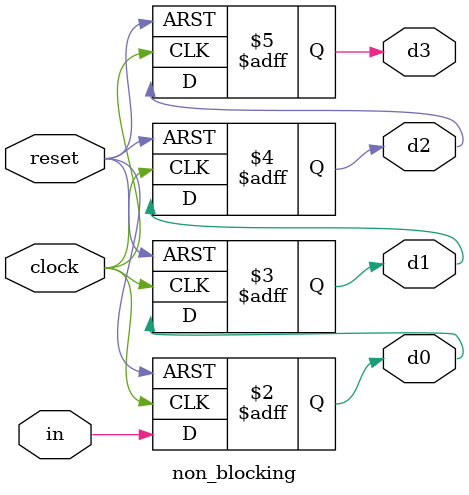
<source format=sv>
module non_blocking (input clock, reset, in, output logic d0, d1, d2, d3);
//Registrador de 4 Bits

always_ff @(posedge clock or posedge reset) begin
	if (reset) 
	  begin
		d0 <= 0;
		d1 <= 0;
		d2 <= 0;
		d3 <= 0;
	  end
	else 
	  begin
		d0 <= in;
		d1 <= d0;
		d2 <= d1;
		d3 <= d2;
	  end
end

endmodule 
</source>
